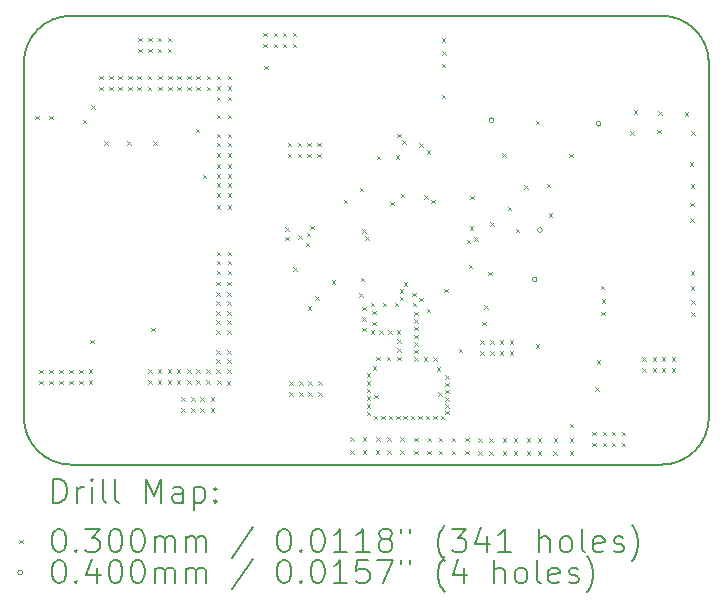
<source format=gbr>
%TF.GenerationSoftware,KiCad,Pcbnew,9.0.1*%
%TF.CreationDate,2025-08-05T19:10:54+03:00*%
%TF.ProjectId,com_board,636f6d5f-626f-4617-9264-2e6b69636164,rev?*%
%TF.SameCoordinates,Original*%
%TF.FileFunction,Drillmap*%
%TF.FilePolarity,Positive*%
%FSLAX45Y45*%
G04 Gerber Fmt 4.5, Leading zero omitted, Abs format (unit mm)*
G04 Created by KiCad (PCBNEW 9.0.1) date 2025-08-05 19:10:54*
%MOMM*%
%LPD*%
G01*
G04 APERTURE LIST*
%ADD10C,0.200000*%
%ADD11C,0.100000*%
G04 APERTURE END LIST*
D10*
X15000000Y-8600000D02*
X10000000Y-8600000D01*
X9600000Y-9000000D02*
G75*
G02*
X10000000Y-8600000I400000J0D01*
G01*
X10000000Y-12400000D02*
G75*
G02*
X9600000Y-12000000I0J400000D01*
G01*
X15400000Y-12000000D02*
G75*
G02*
X15000000Y-12400000I-400000J0D01*
G01*
X15000000Y-8600000D02*
G75*
G02*
X15400000Y-9000000I0J-400000D01*
G01*
X10000000Y-12400000D02*
X15000000Y-12400000D01*
X9600000Y-12000000D02*
X9600000Y-9000000D01*
X15400000Y-12000000D02*
X15400000Y-9000000D01*
D11*
X9698500Y-9446000D02*
X9728500Y-9476000D01*
X9728500Y-9446000D02*
X9698500Y-9476000D01*
X9731000Y-11691000D02*
X9761000Y-11721000D01*
X9761000Y-11691000D02*
X9731000Y-11721000D01*
X9731000Y-11598000D02*
X9761000Y-11628000D01*
X9761000Y-11598000D02*
X9731000Y-11628000D01*
X9816000Y-9447000D02*
X9846000Y-9477000D01*
X9846000Y-9447000D02*
X9816000Y-9477000D01*
X9817000Y-11598000D02*
X9847000Y-11628000D01*
X9847000Y-11598000D02*
X9817000Y-11628000D01*
X9817000Y-11691000D02*
X9847000Y-11721000D01*
X9847000Y-11691000D02*
X9817000Y-11721000D01*
X9899000Y-11598000D02*
X9929000Y-11628000D01*
X9929000Y-11598000D02*
X9899000Y-11628000D01*
X9899000Y-11691000D02*
X9929000Y-11721000D01*
X9929000Y-11691000D02*
X9899000Y-11721000D01*
X9984000Y-11690000D02*
X10014000Y-11720000D01*
X10014000Y-11690000D02*
X9984000Y-11720000D01*
X9984000Y-11597000D02*
X10014000Y-11627000D01*
X10014000Y-11597000D02*
X9984000Y-11627000D01*
X10070000Y-11597000D02*
X10100000Y-11627000D01*
X10100000Y-11597000D02*
X10070000Y-11627000D01*
X10070000Y-11690000D02*
X10100000Y-11720000D01*
X10100000Y-11690000D02*
X10070000Y-11720000D01*
X10099000Y-9479000D02*
X10129000Y-9509000D01*
X10129000Y-9479000D02*
X10099000Y-9509000D01*
X10151000Y-11593000D02*
X10181000Y-11623000D01*
X10181000Y-11593000D02*
X10151000Y-11623000D01*
X10151000Y-11686000D02*
X10181000Y-11716000D01*
X10181000Y-11686000D02*
X10151000Y-11716000D01*
X10160000Y-11341000D02*
X10190000Y-11371000D01*
X10190000Y-11341000D02*
X10160000Y-11371000D01*
X10171000Y-9358000D02*
X10201000Y-9388000D01*
X10201000Y-9358000D02*
X10171000Y-9388000D01*
X10237000Y-9202000D02*
X10267000Y-9232000D01*
X10267000Y-9202000D02*
X10237000Y-9232000D01*
X10237000Y-9109000D02*
X10267000Y-9139000D01*
X10267000Y-9109000D02*
X10237000Y-9139000D01*
X10282000Y-9664000D02*
X10312000Y-9694000D01*
X10312000Y-9664000D02*
X10282000Y-9694000D01*
X10323000Y-9109000D02*
X10353000Y-9139000D01*
X10353000Y-9109000D02*
X10323000Y-9139000D01*
X10323000Y-9202000D02*
X10353000Y-9232000D01*
X10353000Y-9202000D02*
X10323000Y-9232000D01*
X10399000Y-9108000D02*
X10429000Y-9138000D01*
X10429000Y-9108000D02*
X10399000Y-9138000D01*
X10399000Y-9201000D02*
X10429000Y-9231000D01*
X10429000Y-9201000D02*
X10399000Y-9231000D01*
X10476000Y-9660000D02*
X10506000Y-9690000D01*
X10506000Y-9660000D02*
X10476000Y-9690000D01*
X10485000Y-9108000D02*
X10515000Y-9138000D01*
X10515000Y-9108000D02*
X10485000Y-9138000D01*
X10485000Y-9201000D02*
X10515000Y-9231000D01*
X10515000Y-9201000D02*
X10485000Y-9231000D01*
X10562000Y-9108000D02*
X10592000Y-9138000D01*
X10592000Y-9108000D02*
X10562000Y-9138000D01*
X10562000Y-9201000D02*
X10592000Y-9231000D01*
X10592000Y-9201000D02*
X10562000Y-9231000D01*
X10569000Y-8786000D02*
X10599000Y-8816000D01*
X10599000Y-8786000D02*
X10569000Y-8816000D01*
X10569000Y-8879000D02*
X10599000Y-8909000D01*
X10599000Y-8879000D02*
X10569000Y-8909000D01*
X10648000Y-9108000D02*
X10678000Y-9138000D01*
X10678000Y-9108000D02*
X10648000Y-9138000D01*
X10648000Y-9201000D02*
X10678000Y-9231000D01*
X10678000Y-9201000D02*
X10648000Y-9231000D01*
X10653000Y-11684000D02*
X10683000Y-11714000D01*
X10683000Y-11684000D02*
X10653000Y-11714000D01*
X10653000Y-11591000D02*
X10683000Y-11621000D01*
X10683000Y-11591000D02*
X10653000Y-11621000D01*
X10655000Y-8786000D02*
X10685000Y-8816000D01*
X10685000Y-8786000D02*
X10655000Y-8816000D01*
X10655000Y-8879000D02*
X10685000Y-8909000D01*
X10685000Y-8879000D02*
X10655000Y-8909000D01*
X10678000Y-11241000D02*
X10708000Y-11271000D01*
X10708000Y-11241000D02*
X10678000Y-11271000D01*
X10694000Y-9664000D02*
X10724000Y-9694000D01*
X10724000Y-9664000D02*
X10694000Y-9694000D01*
X10732000Y-8786000D02*
X10762000Y-8816000D01*
X10762000Y-8786000D02*
X10732000Y-8816000D01*
X10732000Y-8879000D02*
X10762000Y-8909000D01*
X10762000Y-8879000D02*
X10732000Y-8909000D01*
X10734000Y-11685000D02*
X10764000Y-11715000D01*
X10764000Y-11685000D02*
X10734000Y-11715000D01*
X10734000Y-11592000D02*
X10764000Y-11622000D01*
X10764000Y-11592000D02*
X10734000Y-11622000D01*
X10737000Y-9202000D02*
X10767000Y-9232000D01*
X10767000Y-9202000D02*
X10737000Y-9232000D01*
X10737000Y-9109000D02*
X10767000Y-9139000D01*
X10767000Y-9109000D02*
X10737000Y-9139000D01*
X10818000Y-8786000D02*
X10848000Y-8816000D01*
X10848000Y-8786000D02*
X10818000Y-8816000D01*
X10818000Y-8879000D02*
X10848000Y-8909000D01*
X10848000Y-8879000D02*
X10818000Y-8909000D01*
X10820000Y-11592000D02*
X10850000Y-11622000D01*
X10850000Y-11592000D02*
X10820000Y-11622000D01*
X10820000Y-11685000D02*
X10850000Y-11715000D01*
X10850000Y-11685000D02*
X10820000Y-11715000D01*
X10823000Y-9109000D02*
X10853000Y-9139000D01*
X10853000Y-9109000D02*
X10823000Y-9139000D01*
X10823000Y-9202000D02*
X10853000Y-9232000D01*
X10853000Y-9202000D02*
X10823000Y-9232000D01*
X10896000Y-11591000D02*
X10926000Y-11621000D01*
X10926000Y-11591000D02*
X10896000Y-11621000D01*
X10896000Y-11684000D02*
X10926000Y-11714000D01*
X10926000Y-11684000D02*
X10896000Y-11714000D01*
X10899000Y-9108000D02*
X10929000Y-9138000D01*
X10929000Y-9108000D02*
X10899000Y-9138000D01*
X10899000Y-9201000D02*
X10929000Y-9231000D01*
X10929000Y-9201000D02*
X10899000Y-9231000D01*
X10932000Y-11828000D02*
X10962000Y-11858000D01*
X10962000Y-11828000D02*
X10932000Y-11858000D01*
X10932000Y-11921000D02*
X10962000Y-11951000D01*
X10962000Y-11921000D02*
X10932000Y-11951000D01*
X10982000Y-11591000D02*
X11012000Y-11621000D01*
X11012000Y-11591000D02*
X10982000Y-11621000D01*
X10982000Y-11684000D02*
X11012000Y-11714000D01*
X11012000Y-11684000D02*
X10982000Y-11714000D01*
X10985000Y-9108000D02*
X11015000Y-9138000D01*
X11015000Y-9108000D02*
X10985000Y-9138000D01*
X10985000Y-9201000D02*
X11015000Y-9231000D01*
X11015000Y-9201000D02*
X10985000Y-9231000D01*
X11018000Y-11828000D02*
X11048000Y-11858000D01*
X11048000Y-11828000D02*
X11018000Y-11858000D01*
X11018000Y-11921000D02*
X11048000Y-11951000D01*
X11048000Y-11921000D02*
X11018000Y-11951000D01*
X11057000Y-9555000D02*
X11087000Y-9585000D01*
X11087000Y-9555000D02*
X11057000Y-9585000D01*
X11059000Y-11591000D02*
X11089000Y-11621000D01*
X11089000Y-11591000D02*
X11059000Y-11621000D01*
X11059000Y-11684000D02*
X11089000Y-11714000D01*
X11089000Y-11684000D02*
X11059000Y-11714000D01*
X11062000Y-9108000D02*
X11092000Y-9138000D01*
X11092000Y-9108000D02*
X11062000Y-9138000D01*
X11062000Y-9201000D02*
X11092000Y-9231000D01*
X11092000Y-9201000D02*
X11062000Y-9231000D01*
X11095000Y-11828000D02*
X11125000Y-11858000D01*
X11125000Y-11828000D02*
X11095000Y-11858000D01*
X11095000Y-11921000D02*
X11125000Y-11951000D01*
X11125000Y-11921000D02*
X11095000Y-11951000D01*
X11115000Y-9944000D02*
X11145000Y-9974000D01*
X11145000Y-9944000D02*
X11115000Y-9974000D01*
X11145000Y-11591000D02*
X11175000Y-11621000D01*
X11175000Y-11591000D02*
X11145000Y-11621000D01*
X11145000Y-11684000D02*
X11175000Y-11714000D01*
X11175000Y-11684000D02*
X11145000Y-11714000D01*
X11148000Y-9108000D02*
X11178000Y-9138000D01*
X11178000Y-9108000D02*
X11148000Y-9138000D01*
X11148000Y-9201000D02*
X11178000Y-9231000D01*
X11178000Y-9201000D02*
X11148000Y-9231000D01*
X11181000Y-11828000D02*
X11211000Y-11858000D01*
X11211000Y-11828000D02*
X11181000Y-11858000D01*
X11181000Y-11921000D02*
X11211000Y-11951000D01*
X11211000Y-11921000D02*
X11181000Y-11951000D01*
X11230000Y-10853000D02*
X11260000Y-10883000D01*
X11260000Y-10853000D02*
X11230000Y-10883000D01*
X11230000Y-10939000D02*
X11260000Y-10969000D01*
X11260000Y-10939000D02*
X11230000Y-10969000D01*
X11230000Y-11431000D02*
X11260000Y-11461000D01*
X11260000Y-11431000D02*
X11230000Y-11461000D01*
X11231000Y-11015000D02*
X11261000Y-11045000D01*
X11261000Y-11015000D02*
X11231000Y-11045000D01*
X11231000Y-11101000D02*
X11261000Y-11131000D01*
X11261000Y-11101000D02*
X11231000Y-11131000D01*
X11231000Y-11178000D02*
X11261000Y-11208000D01*
X11261000Y-11178000D02*
X11231000Y-11208000D01*
X11231000Y-11264000D02*
X11261000Y-11294000D01*
X11261000Y-11264000D02*
X11231000Y-11294000D01*
X11231000Y-11507000D02*
X11261000Y-11537000D01*
X11261000Y-11507000D02*
X11231000Y-11537000D01*
X11231000Y-11593000D02*
X11261000Y-11623000D01*
X11261000Y-11593000D02*
X11231000Y-11623000D01*
X11232000Y-9197000D02*
X11262000Y-9227000D01*
X11262000Y-9197000D02*
X11232000Y-9227000D01*
X11233000Y-9284000D02*
X11263000Y-9314000D01*
X11263000Y-9284000D02*
X11233000Y-9314000D01*
X11233000Y-9437000D02*
X11263000Y-9467000D01*
X11263000Y-9437000D02*
X11233000Y-9467000D01*
X11233000Y-9856000D02*
X11263000Y-9886000D01*
X11263000Y-9856000D02*
X11233000Y-9886000D01*
X11233000Y-9942000D02*
X11263000Y-9972000D01*
X11263000Y-9942000D02*
X11233000Y-9972000D01*
X11233000Y-10205000D02*
X11263000Y-10235000D01*
X11263000Y-10205000D02*
X11233000Y-10235000D01*
X11234000Y-9107000D02*
X11264000Y-9137000D01*
X11264000Y-9107000D02*
X11234000Y-9137000D01*
X11234000Y-9599000D02*
X11264000Y-9629000D01*
X11264000Y-9599000D02*
X11234000Y-9629000D01*
X11234000Y-9676000D02*
X11264000Y-9706000D01*
X11264000Y-9676000D02*
X11234000Y-9706000D01*
X11234000Y-9762000D02*
X11264000Y-9792000D01*
X11264000Y-9762000D02*
X11234000Y-9792000D01*
X11234000Y-10018000D02*
X11264000Y-10048000D01*
X11264000Y-10018000D02*
X11234000Y-10048000D01*
X11234000Y-10104000D02*
X11264000Y-10134000D01*
X11264000Y-10104000D02*
X11234000Y-10134000D01*
X11234000Y-10596000D02*
X11264000Y-10626000D01*
X11264000Y-10596000D02*
X11234000Y-10626000D01*
X11234000Y-10673000D02*
X11264000Y-10703000D01*
X11264000Y-10673000D02*
X11234000Y-10703000D01*
X11234000Y-10759000D02*
X11264000Y-10789000D01*
X11264000Y-10759000D02*
X11234000Y-10789000D01*
X11236000Y-11687000D02*
X11266000Y-11717000D01*
X11266000Y-11687000D02*
X11236000Y-11717000D01*
X11319000Y-11694000D02*
X11349000Y-11724000D01*
X11349000Y-11694000D02*
X11319000Y-11724000D01*
X11323000Y-10853000D02*
X11353000Y-10883000D01*
X11353000Y-10853000D02*
X11323000Y-10883000D01*
X11323000Y-10939000D02*
X11353000Y-10969000D01*
X11353000Y-10939000D02*
X11323000Y-10969000D01*
X11323000Y-11431000D02*
X11353000Y-11461000D01*
X11353000Y-11431000D02*
X11323000Y-11461000D01*
X11324000Y-11015000D02*
X11354000Y-11045000D01*
X11354000Y-11015000D02*
X11324000Y-11045000D01*
X11324000Y-11101000D02*
X11354000Y-11131000D01*
X11354000Y-11101000D02*
X11324000Y-11131000D01*
X11324000Y-11178000D02*
X11354000Y-11208000D01*
X11354000Y-11178000D02*
X11324000Y-11208000D01*
X11324000Y-11264000D02*
X11354000Y-11294000D01*
X11354000Y-11264000D02*
X11324000Y-11294000D01*
X11324000Y-11507000D02*
X11354000Y-11537000D01*
X11354000Y-11507000D02*
X11324000Y-11537000D01*
X11324000Y-11593000D02*
X11354000Y-11623000D01*
X11354000Y-11593000D02*
X11324000Y-11623000D01*
X11326000Y-9437000D02*
X11356000Y-9467000D01*
X11356000Y-9437000D02*
X11326000Y-9467000D01*
X11326000Y-9856000D02*
X11356000Y-9886000D01*
X11356000Y-9856000D02*
X11326000Y-9886000D01*
X11326000Y-9942000D02*
X11356000Y-9972000D01*
X11356000Y-9942000D02*
X11326000Y-9972000D01*
X11326000Y-10205000D02*
X11356000Y-10235000D01*
X11356000Y-10205000D02*
X11326000Y-10235000D01*
X11327000Y-9107000D02*
X11357000Y-9137000D01*
X11357000Y-9107000D02*
X11327000Y-9137000D01*
X11327000Y-9285000D02*
X11357000Y-9315000D01*
X11357000Y-9285000D02*
X11327000Y-9315000D01*
X11327000Y-9599000D02*
X11357000Y-9629000D01*
X11357000Y-9599000D02*
X11327000Y-9629000D01*
X11327000Y-9676000D02*
X11357000Y-9706000D01*
X11357000Y-9676000D02*
X11327000Y-9706000D01*
X11327000Y-9762000D02*
X11357000Y-9792000D01*
X11357000Y-9762000D02*
X11327000Y-9792000D01*
X11327000Y-10018000D02*
X11357000Y-10048000D01*
X11357000Y-10018000D02*
X11327000Y-10048000D01*
X11327000Y-10104000D02*
X11357000Y-10134000D01*
X11357000Y-10104000D02*
X11327000Y-10134000D01*
X11327000Y-10596000D02*
X11357000Y-10626000D01*
X11357000Y-10596000D02*
X11327000Y-10626000D01*
X11327000Y-10673000D02*
X11357000Y-10703000D01*
X11357000Y-10673000D02*
X11327000Y-10703000D01*
X11327000Y-10759000D02*
X11357000Y-10789000D01*
X11357000Y-10759000D02*
X11327000Y-10789000D01*
X11328000Y-9198000D02*
X11358000Y-9228000D01*
X11358000Y-9198000D02*
X11328000Y-9228000D01*
X11629000Y-8745000D02*
X11659000Y-8775000D01*
X11659000Y-8745000D02*
X11629000Y-8775000D01*
X11629000Y-8838000D02*
X11659000Y-8868000D01*
X11659000Y-8838000D02*
X11629000Y-8868000D01*
X11636000Y-9024000D02*
X11666000Y-9054000D01*
X11666000Y-9024000D02*
X11636000Y-9054000D01*
X11715000Y-8745000D02*
X11745000Y-8775000D01*
X11745000Y-8745000D02*
X11715000Y-8775000D01*
X11715000Y-8838000D02*
X11745000Y-8868000D01*
X11745000Y-8838000D02*
X11715000Y-8868000D01*
X11792000Y-8745000D02*
X11822000Y-8775000D01*
X11822000Y-8745000D02*
X11792000Y-8775000D01*
X11792000Y-8838000D02*
X11822000Y-8868000D01*
X11822000Y-8838000D02*
X11792000Y-8868000D01*
X11812000Y-10471000D02*
X11842000Y-10501000D01*
X11842000Y-10471000D02*
X11812000Y-10501000D01*
X11813000Y-10391000D02*
X11843000Y-10421000D01*
X11843000Y-10391000D02*
X11813000Y-10421000D01*
X11835000Y-9676000D02*
X11865000Y-9706000D01*
X11865000Y-9676000D02*
X11835000Y-9706000D01*
X11835000Y-9769000D02*
X11865000Y-9799000D01*
X11865000Y-9769000D02*
X11835000Y-9799000D01*
X11845000Y-11695000D02*
X11875000Y-11725000D01*
X11875000Y-11695000D02*
X11845000Y-11725000D01*
X11845000Y-11788000D02*
X11875000Y-11818000D01*
X11875000Y-11788000D02*
X11845000Y-11818000D01*
X11878000Y-8745000D02*
X11908000Y-8775000D01*
X11908000Y-8745000D02*
X11878000Y-8775000D01*
X11878000Y-8838000D02*
X11908000Y-8868000D01*
X11908000Y-8838000D02*
X11878000Y-8868000D01*
X11880000Y-10731000D02*
X11910000Y-10761000D01*
X11910000Y-10731000D02*
X11880000Y-10761000D01*
X11921000Y-9676000D02*
X11951000Y-9706000D01*
X11951000Y-9676000D02*
X11921000Y-9706000D01*
X11921000Y-9769000D02*
X11951000Y-9799000D01*
X11951000Y-9769000D02*
X11921000Y-9799000D01*
X11924000Y-10457000D02*
X11954000Y-10487000D01*
X11954000Y-10457000D02*
X11924000Y-10487000D01*
X11931000Y-11695000D02*
X11961000Y-11725000D01*
X11961000Y-11695000D02*
X11931000Y-11725000D01*
X11931000Y-11788000D02*
X11961000Y-11818000D01*
X11961000Y-11788000D02*
X11931000Y-11818000D01*
X11987000Y-10523000D02*
X12017000Y-10553000D01*
X12017000Y-10523000D02*
X11987000Y-10553000D01*
X11994730Y-10438242D02*
X12024730Y-10468242D01*
X12024730Y-10438242D02*
X11994730Y-10468242D01*
X11998000Y-9676000D02*
X12028000Y-9706000D01*
X12028000Y-9676000D02*
X11998000Y-9706000D01*
X11998000Y-9769000D02*
X12028000Y-9799000D01*
X12028000Y-9769000D02*
X11998000Y-9799000D01*
X12002000Y-11059000D02*
X12032000Y-11089000D01*
X12032000Y-11059000D02*
X12002000Y-11089000D01*
X12008000Y-11695000D02*
X12038000Y-11725000D01*
X12038000Y-11695000D02*
X12008000Y-11725000D01*
X12008000Y-11788000D02*
X12038000Y-11818000D01*
X12038000Y-11788000D02*
X12008000Y-11818000D01*
X12024000Y-10377000D02*
X12054000Y-10407000D01*
X12054000Y-10377000D02*
X12024000Y-10407000D01*
X12068517Y-10972500D02*
X12098517Y-11002500D01*
X12098517Y-10972500D02*
X12068517Y-11002500D01*
X12084000Y-9676000D02*
X12114000Y-9706000D01*
X12114000Y-9676000D02*
X12084000Y-9706000D01*
X12084000Y-9769000D02*
X12114000Y-9799000D01*
X12114000Y-9769000D02*
X12084000Y-9799000D01*
X12094000Y-11695000D02*
X12124000Y-11725000D01*
X12124000Y-11695000D02*
X12094000Y-11725000D01*
X12094000Y-11788000D02*
X12124000Y-11818000D01*
X12124000Y-11788000D02*
X12094000Y-11818000D01*
X12206000Y-10837000D02*
X12236000Y-10867000D01*
X12236000Y-10837000D02*
X12206000Y-10867000D01*
X12309000Y-10158000D02*
X12339000Y-10188000D01*
X12339000Y-10158000D02*
X12309000Y-10188000D01*
X12364000Y-12277000D02*
X12394000Y-12307000D01*
X12394000Y-12277000D02*
X12364000Y-12307000D01*
X12365000Y-12167000D02*
X12395000Y-12197000D01*
X12395000Y-12167000D02*
X12365000Y-12197000D01*
X12440000Y-10947000D02*
X12470000Y-10977000D01*
X12470000Y-10947000D02*
X12440000Y-10977000D01*
X12443000Y-10055000D02*
X12473000Y-10085000D01*
X12473000Y-10055000D02*
X12443000Y-10085000D01*
X12452000Y-10817000D02*
X12482000Y-10847000D01*
X12482000Y-10817000D02*
X12452000Y-10847000D01*
X12463000Y-10406000D02*
X12493000Y-10436000D01*
X12493000Y-10406000D02*
X12463000Y-10436000D01*
X12467000Y-11062500D02*
X12497000Y-11092500D01*
X12497000Y-11062500D02*
X12467000Y-11092500D01*
X12467000Y-11151500D02*
X12497000Y-11181500D01*
X12497000Y-11151500D02*
X12467000Y-11181500D01*
X12467000Y-11240500D02*
X12497000Y-11270500D01*
X12497000Y-11240500D02*
X12467000Y-11270500D01*
X12469000Y-12278000D02*
X12499000Y-12308000D01*
X12499000Y-12278000D02*
X12469000Y-12308000D01*
X12470000Y-12168000D02*
X12500000Y-12198000D01*
X12500000Y-12168000D02*
X12470000Y-12198000D01*
X12492000Y-10468000D02*
X12522000Y-10498000D01*
X12522000Y-10468000D02*
X12492000Y-10498000D01*
X12502000Y-11626800D02*
X12532000Y-11656800D01*
X12532000Y-11626800D02*
X12502000Y-11656800D01*
X12502000Y-11692200D02*
X12532000Y-11722200D01*
X12532000Y-11692200D02*
X12502000Y-11722200D01*
X12502000Y-11757600D02*
X12532000Y-11787600D01*
X12532000Y-11757600D02*
X12502000Y-11787600D01*
X12502000Y-11823000D02*
X12532000Y-11853000D01*
X12532000Y-11823000D02*
X12502000Y-11853000D01*
X12502000Y-11888400D02*
X12532000Y-11918400D01*
X12532000Y-11888400D02*
X12502000Y-11918400D01*
X12502000Y-11953800D02*
X12532000Y-11983800D01*
X12532000Y-11953800D02*
X12502000Y-11983800D01*
X12535333Y-11262000D02*
X12565333Y-11292000D01*
X12565333Y-11262000D02*
X12535333Y-11292000D01*
X12535750Y-11030000D02*
X12565750Y-11060000D01*
X12565750Y-11030000D02*
X12535750Y-11060000D01*
X12550000Y-11098000D02*
X12580000Y-11128000D01*
X12580000Y-11098000D02*
X12550000Y-11128000D01*
X12550000Y-11191000D02*
X12580000Y-11221000D01*
X12580000Y-11191000D02*
X12550000Y-11221000D01*
X12553000Y-11568000D02*
X12583000Y-11598000D01*
X12583000Y-11568000D02*
X12553000Y-11598000D01*
X12563000Y-11985000D02*
X12593000Y-12015000D01*
X12593000Y-11985000D02*
X12563000Y-12015000D01*
X12567000Y-11809000D02*
X12597000Y-11839000D01*
X12597000Y-11809000D02*
X12567000Y-11839000D01*
X12581000Y-12278000D02*
X12611000Y-12308000D01*
X12611000Y-12278000D02*
X12581000Y-12308000D01*
X12582000Y-12168000D02*
X12612000Y-12198000D01*
X12612000Y-12168000D02*
X12582000Y-12198000D01*
X12586000Y-11488000D02*
X12616000Y-11518000D01*
X12616000Y-11488000D02*
X12586000Y-11518000D01*
X12589000Y-9784000D02*
X12619000Y-9814000D01*
X12619000Y-9784000D02*
X12589000Y-9814000D01*
X12609667Y-11262000D02*
X12639667Y-11292000D01*
X12639667Y-11262000D02*
X12609667Y-11292000D01*
X12625778Y-11985000D02*
X12655778Y-12015000D01*
X12655778Y-11985000D02*
X12625778Y-12015000D01*
X12637250Y-11030000D02*
X12667250Y-11060000D01*
X12667250Y-11030000D02*
X12637250Y-11060000D01*
X12673000Y-11488000D02*
X12703000Y-11518000D01*
X12703000Y-11488000D02*
X12673000Y-11518000D01*
X12675000Y-12280000D02*
X12705000Y-12310000D01*
X12705000Y-12280000D02*
X12675000Y-12310000D01*
X12676000Y-12170000D02*
X12706000Y-12200000D01*
X12706000Y-12170000D02*
X12676000Y-12200000D01*
X12684000Y-11262000D02*
X12714000Y-11292000D01*
X12714000Y-11262000D02*
X12684000Y-11292000D01*
X12688556Y-11985000D02*
X12718556Y-12015000D01*
X12718556Y-11985000D02*
X12688556Y-12015000D01*
X12704000Y-10175000D02*
X12734000Y-10205000D01*
X12734000Y-10175000D02*
X12704000Y-10205000D01*
X12738750Y-11030000D02*
X12768750Y-11060000D01*
X12768750Y-11030000D02*
X12738750Y-11060000D01*
X12748000Y-9781000D02*
X12778000Y-9811000D01*
X12778000Y-9781000D02*
X12748000Y-9811000D01*
X12751333Y-11985000D02*
X12781333Y-12015000D01*
X12781333Y-11985000D02*
X12751333Y-12015000D01*
X12758333Y-11262000D02*
X12788333Y-11292000D01*
X12788333Y-11262000D02*
X12758333Y-11292000D01*
X12760000Y-11337333D02*
X12790000Y-11367333D01*
X12790000Y-11337333D02*
X12760000Y-11367333D01*
X12760000Y-11412667D02*
X12790000Y-11442667D01*
X12790000Y-11412667D02*
X12760000Y-11442667D01*
X12760000Y-11488000D02*
X12790000Y-11518000D01*
X12790000Y-11488000D02*
X12760000Y-11518000D01*
X12761000Y-9598000D02*
X12791000Y-9628000D01*
X12791000Y-9598000D02*
X12761000Y-9628000D01*
X12781000Y-10916000D02*
X12811000Y-10946000D01*
X12811000Y-10916000D02*
X12781000Y-10946000D01*
X12781000Y-10979000D02*
X12811000Y-11009000D01*
X12811000Y-10979000D02*
X12781000Y-11009000D01*
X12787000Y-12280000D02*
X12817000Y-12310000D01*
X12817000Y-12280000D02*
X12787000Y-12310000D01*
X12788000Y-12170000D02*
X12818000Y-12200000D01*
X12818000Y-12170000D02*
X12788000Y-12200000D01*
X12790500Y-10106071D02*
X12820500Y-10136071D01*
X12820500Y-10106071D02*
X12790500Y-10136071D01*
X12802000Y-9653000D02*
X12832000Y-9683000D01*
X12832000Y-9653000D02*
X12802000Y-9683000D01*
X12814111Y-11985000D02*
X12844111Y-12015000D01*
X12844111Y-11985000D02*
X12814111Y-12015000D01*
X12815000Y-10856000D02*
X12845000Y-10886000D01*
X12845000Y-10856000D02*
X12815000Y-10886000D01*
X12876889Y-11985000D02*
X12906889Y-12015000D01*
X12906889Y-11985000D02*
X12876889Y-12015000D01*
X12889000Y-10945000D02*
X12919000Y-10975000D01*
X12919000Y-10945000D02*
X12889000Y-10975000D01*
X12891000Y-11029000D02*
X12921000Y-11059000D01*
X12921000Y-11029000D02*
X12891000Y-11059000D01*
X12905000Y-11105000D02*
X12935000Y-11135000D01*
X12935000Y-11105000D02*
X12905000Y-11135000D01*
X12905000Y-11169667D02*
X12935000Y-11199667D01*
X12935000Y-11169667D02*
X12905000Y-11199667D01*
X12905000Y-11234333D02*
X12935000Y-11264333D01*
X12935000Y-11234333D02*
X12905000Y-11264333D01*
X12905000Y-11299000D02*
X12935000Y-11329000D01*
X12935000Y-11299000D02*
X12905000Y-11329000D01*
X12905000Y-11363667D02*
X12935000Y-11393667D01*
X12935000Y-11363667D02*
X12905000Y-11393667D01*
X12905000Y-11428333D02*
X12935000Y-11458333D01*
X12935000Y-11428333D02*
X12905000Y-11458333D01*
X12905000Y-11493000D02*
X12935000Y-11523000D01*
X12935000Y-11493000D02*
X12905000Y-11523000D01*
X12905000Y-12281000D02*
X12935000Y-12311000D01*
X12935000Y-12281000D02*
X12905000Y-12311000D01*
X12906000Y-12171000D02*
X12936000Y-12201000D01*
X12936000Y-12171000D02*
X12906000Y-12201000D01*
X12939667Y-11985000D02*
X12969667Y-12015000D01*
X12969667Y-11985000D02*
X12939667Y-12015000D01*
X12946000Y-10988000D02*
X12976000Y-11018000D01*
X12976000Y-10988000D02*
X12946000Y-11018000D01*
X12946300Y-9679700D02*
X12976300Y-9709700D01*
X12976300Y-9679700D02*
X12946300Y-9709700D01*
X12986667Y-11493000D02*
X13016667Y-11523000D01*
X13016667Y-11493000D02*
X12986667Y-11523000D01*
X12992000Y-10119473D02*
X13022000Y-10149473D01*
X13022000Y-10119473D02*
X12992000Y-10149473D01*
X13002444Y-11985000D02*
X13032444Y-12015000D01*
X13032444Y-11985000D02*
X13002444Y-12015000D01*
X13010000Y-11081000D02*
X13040000Y-11111000D01*
X13040000Y-11081000D02*
X13010000Y-11111000D01*
X13013000Y-9738000D02*
X13043000Y-9768000D01*
X13043000Y-9738000D02*
X13013000Y-9768000D01*
X13017000Y-12281000D02*
X13047000Y-12311000D01*
X13047000Y-12281000D02*
X13017000Y-12311000D01*
X13018000Y-12171000D02*
X13048000Y-12201000D01*
X13048000Y-12171000D02*
X13018000Y-12201000D01*
X13051000Y-10157000D02*
X13081000Y-10187000D01*
X13081000Y-10157000D02*
X13051000Y-10187000D01*
X13065222Y-11985000D02*
X13095222Y-12015000D01*
X13095222Y-11985000D02*
X13065222Y-12015000D01*
X13068000Y-11493000D02*
X13098000Y-11523000D01*
X13098000Y-11493000D02*
X13068000Y-11523000D01*
X13097000Y-11576000D02*
X13127000Y-11606000D01*
X13127000Y-11576000D02*
X13097000Y-11606000D01*
X13110000Y-11789000D02*
X13140000Y-11819000D01*
X13140000Y-11789000D02*
X13110000Y-11819000D01*
X13111000Y-12283000D02*
X13141000Y-12313000D01*
X13141000Y-12283000D02*
X13111000Y-12313000D01*
X13112000Y-12173000D02*
X13142000Y-12203000D01*
X13142000Y-12173000D02*
X13112000Y-12203000D01*
X13128000Y-11985000D02*
X13158000Y-12015000D01*
X13158000Y-11985000D02*
X13128000Y-12015000D01*
X13138000Y-9007000D02*
X13168000Y-9037000D01*
X13168000Y-9007000D02*
X13138000Y-9037000D01*
X13139000Y-8790000D02*
X13169000Y-8820000D01*
X13169000Y-8790000D02*
X13139000Y-8820000D01*
X13140000Y-9270000D02*
X13170000Y-9300000D01*
X13170000Y-9270000D02*
X13140000Y-9300000D01*
X13140959Y-8898396D02*
X13170959Y-8928396D01*
X13170959Y-8898396D02*
X13140959Y-8928396D01*
X13158000Y-10912000D02*
X13188000Y-10942000D01*
X13188000Y-10912000D02*
X13158000Y-10942000D01*
X13166000Y-11644491D02*
X13196000Y-11674491D01*
X13196000Y-11644491D02*
X13166000Y-11674491D01*
X13166000Y-11705562D02*
X13196000Y-11735562D01*
X13196000Y-11705562D02*
X13166000Y-11735562D01*
X13166000Y-11766634D02*
X13196000Y-11796634D01*
X13196000Y-11766634D02*
X13166000Y-11796634D01*
X13166000Y-11827705D02*
X13196000Y-11857705D01*
X13196000Y-11827705D02*
X13166000Y-11857705D01*
X13166000Y-11888777D02*
X13196000Y-11918777D01*
X13196000Y-11888777D02*
X13166000Y-11918777D01*
X13166000Y-11944000D02*
X13196000Y-11974000D01*
X13196000Y-11944000D02*
X13166000Y-11974000D01*
X13223000Y-12283000D02*
X13253000Y-12313000D01*
X13253000Y-12283000D02*
X13223000Y-12313000D01*
X13224000Y-12173000D02*
X13254000Y-12203000D01*
X13254000Y-12173000D02*
X13224000Y-12203000D01*
X13283000Y-11419000D02*
X13313000Y-11449000D01*
X13313000Y-11419000D02*
X13283000Y-11449000D01*
X13335000Y-12283000D02*
X13365000Y-12313000D01*
X13365000Y-12283000D02*
X13335000Y-12313000D01*
X13336000Y-12173000D02*
X13366000Y-12203000D01*
X13366000Y-12173000D02*
X13336000Y-12203000D01*
X13350000Y-10498000D02*
X13380000Y-10528000D01*
X13380000Y-10498000D02*
X13350000Y-10528000D01*
X13365000Y-10709000D02*
X13395000Y-10739000D01*
X13395000Y-10709000D02*
X13365000Y-10739000D01*
X13375000Y-10382000D02*
X13405000Y-10412000D01*
X13405000Y-10382000D02*
X13375000Y-10412000D01*
X13380000Y-10122000D02*
X13410000Y-10152000D01*
X13410000Y-10122000D02*
X13380000Y-10152000D01*
X13414250Y-10477000D02*
X13444250Y-10507000D01*
X13444250Y-10477000D02*
X13414250Y-10507000D01*
X13447000Y-12285000D02*
X13477000Y-12315000D01*
X13477000Y-12285000D02*
X13447000Y-12315000D01*
X13448000Y-12175000D02*
X13478000Y-12205000D01*
X13478000Y-12175000D02*
X13448000Y-12205000D01*
X13465000Y-11346000D02*
X13495000Y-11376000D01*
X13495000Y-11346000D02*
X13465000Y-11376000D01*
X13465000Y-11439000D02*
X13495000Y-11469000D01*
X13495000Y-11439000D02*
X13465000Y-11469000D01*
X13481000Y-11189000D02*
X13511000Y-11219000D01*
X13511000Y-11189000D02*
X13481000Y-11219000D01*
X13497000Y-11050000D02*
X13527000Y-11080000D01*
X13527000Y-11050000D02*
X13497000Y-11080000D01*
X13534000Y-10769000D02*
X13564000Y-10799000D01*
X13564000Y-10769000D02*
X13534000Y-10799000D01*
X13541000Y-12285000D02*
X13571000Y-12315000D01*
X13571000Y-12285000D02*
X13541000Y-12315000D01*
X13542000Y-12175000D02*
X13572000Y-12205000D01*
X13572000Y-12175000D02*
X13542000Y-12205000D01*
X13551000Y-11346000D02*
X13581000Y-11376000D01*
X13581000Y-11346000D02*
X13551000Y-11376000D01*
X13551000Y-11439000D02*
X13581000Y-11469000D01*
X13581000Y-11439000D02*
X13551000Y-11469000D01*
X13551000Y-10347000D02*
X13581000Y-10377000D01*
X13581000Y-10347000D02*
X13551000Y-10377000D01*
X13628000Y-11346000D02*
X13658000Y-11376000D01*
X13658000Y-11346000D02*
X13628000Y-11376000D01*
X13628000Y-11439000D02*
X13658000Y-11469000D01*
X13658000Y-11439000D02*
X13628000Y-11469000D01*
X13651000Y-9764000D02*
X13681000Y-9794000D01*
X13681000Y-9764000D02*
X13651000Y-9794000D01*
X13653000Y-12285000D02*
X13683000Y-12315000D01*
X13683000Y-12285000D02*
X13653000Y-12315000D01*
X13654000Y-12175000D02*
X13684000Y-12205000D01*
X13684000Y-12175000D02*
X13654000Y-12205000D01*
X13697000Y-10216500D02*
X13727000Y-10246500D01*
X13727000Y-10216500D02*
X13697000Y-10246500D01*
X13714000Y-11346000D02*
X13744000Y-11376000D01*
X13744000Y-11346000D02*
X13714000Y-11376000D01*
X13714000Y-11439000D02*
X13744000Y-11469000D01*
X13744000Y-11439000D02*
X13714000Y-11469000D01*
X13746000Y-12285000D02*
X13776000Y-12315000D01*
X13776000Y-12285000D02*
X13746000Y-12315000D01*
X13747000Y-12175000D02*
X13777000Y-12205000D01*
X13777000Y-12175000D02*
X13747000Y-12205000D01*
X13765623Y-10404599D02*
X13795623Y-10434599D01*
X13795623Y-10404599D02*
X13765623Y-10434599D01*
X13838000Y-10033000D02*
X13868000Y-10063000D01*
X13868000Y-10033000D02*
X13838000Y-10063000D01*
X13858000Y-12285000D02*
X13888000Y-12315000D01*
X13888000Y-12285000D02*
X13858000Y-12315000D01*
X13859000Y-12175000D02*
X13889000Y-12205000D01*
X13889000Y-12175000D02*
X13859000Y-12205000D01*
X13933000Y-9490000D02*
X13963000Y-9520000D01*
X13963000Y-9490000D02*
X13933000Y-9520000D01*
X13933000Y-11380000D02*
X13963000Y-11410000D01*
X13963000Y-11380000D02*
X13933000Y-11410000D01*
X13952000Y-12285000D02*
X13982000Y-12315000D01*
X13982000Y-12285000D02*
X13952000Y-12315000D01*
X13953000Y-12175000D02*
X13983000Y-12205000D01*
X13983000Y-12175000D02*
X13953000Y-12205000D01*
X14027000Y-10023000D02*
X14057000Y-10053000D01*
X14057000Y-10023000D02*
X14027000Y-10053000D01*
X14043000Y-10273000D02*
X14073000Y-10303000D01*
X14073000Y-10273000D02*
X14043000Y-10303000D01*
X14083000Y-12285000D02*
X14113000Y-12315000D01*
X14113000Y-12285000D02*
X14083000Y-12315000D01*
X14085000Y-12175000D02*
X14115000Y-12205000D01*
X14115000Y-12175000D02*
X14085000Y-12205000D01*
X14217000Y-9769000D02*
X14247000Y-9799000D01*
X14247000Y-9769000D02*
X14217000Y-9799000D01*
X14223000Y-12054000D02*
X14253000Y-12084000D01*
X14253000Y-12054000D02*
X14223000Y-12084000D01*
X14223000Y-12175000D02*
X14253000Y-12205000D01*
X14253000Y-12175000D02*
X14223000Y-12205000D01*
X14223000Y-12285000D02*
X14253000Y-12315000D01*
X14253000Y-12285000D02*
X14223000Y-12315000D01*
X14414000Y-12122000D02*
X14444000Y-12152000D01*
X14444000Y-12122000D02*
X14414000Y-12152000D01*
X14414000Y-12215000D02*
X14444000Y-12245000D01*
X14444000Y-12215000D02*
X14414000Y-12245000D01*
X14440000Y-11743000D02*
X14470000Y-11773000D01*
X14470000Y-11743000D02*
X14440000Y-11773000D01*
X14452000Y-11516000D02*
X14482000Y-11546000D01*
X14482000Y-11516000D02*
X14452000Y-11546000D01*
X14485000Y-10885000D02*
X14515000Y-10915000D01*
X14515000Y-10885000D02*
X14485000Y-10915000D01*
X14487000Y-11107000D02*
X14517000Y-11137000D01*
X14517000Y-11107000D02*
X14487000Y-11137000D01*
X14492977Y-11001307D02*
X14522977Y-11031307D01*
X14522977Y-11001307D02*
X14492977Y-11031307D01*
X14500000Y-12122000D02*
X14530000Y-12152000D01*
X14530000Y-12122000D02*
X14500000Y-12152000D01*
X14500000Y-12215000D02*
X14530000Y-12245000D01*
X14530000Y-12215000D02*
X14500000Y-12245000D01*
X14577000Y-12122000D02*
X14607000Y-12152000D01*
X14607000Y-12122000D02*
X14577000Y-12152000D01*
X14577000Y-12215000D02*
X14607000Y-12245000D01*
X14607000Y-12215000D02*
X14577000Y-12245000D01*
X14663000Y-12122000D02*
X14693000Y-12152000D01*
X14693000Y-12122000D02*
X14663000Y-12152000D01*
X14663000Y-12215000D02*
X14693000Y-12245000D01*
X14693000Y-12215000D02*
X14663000Y-12245000D01*
X14733000Y-9577000D02*
X14763000Y-9607000D01*
X14763000Y-9577000D02*
X14733000Y-9607000D01*
X14765000Y-9399000D02*
X14795000Y-9429000D01*
X14795000Y-9399000D02*
X14765000Y-9429000D01*
X14838000Y-11493000D02*
X14868000Y-11523000D01*
X14868000Y-11493000D02*
X14838000Y-11523000D01*
X14838000Y-11586000D02*
X14868000Y-11616000D01*
X14868000Y-11586000D02*
X14838000Y-11616000D01*
X14924000Y-11493000D02*
X14954000Y-11523000D01*
X14954000Y-11493000D02*
X14924000Y-11523000D01*
X14924000Y-11586000D02*
X14954000Y-11616000D01*
X14954000Y-11586000D02*
X14924000Y-11616000D01*
X14963000Y-9563000D02*
X14993000Y-9593000D01*
X14993000Y-9563000D02*
X14963000Y-9593000D01*
X14971000Y-9410000D02*
X15001000Y-9440000D01*
X15001000Y-9410000D02*
X14971000Y-9440000D01*
X15001000Y-11493000D02*
X15031000Y-11523000D01*
X15031000Y-11493000D02*
X15001000Y-11523000D01*
X15001000Y-11586000D02*
X15031000Y-11616000D01*
X15031000Y-11586000D02*
X15001000Y-11616000D01*
X15087000Y-11493000D02*
X15117000Y-11523000D01*
X15117000Y-11493000D02*
X15087000Y-11523000D01*
X15087000Y-11586000D02*
X15117000Y-11616000D01*
X15117000Y-11586000D02*
X15087000Y-11616000D01*
X15197000Y-9418000D02*
X15227000Y-9448000D01*
X15227000Y-9418000D02*
X15197000Y-9448000D01*
X15237000Y-9841000D02*
X15267000Y-9871000D01*
X15267000Y-9841000D02*
X15237000Y-9871000D01*
X15241000Y-10312000D02*
X15271000Y-10342000D01*
X15271000Y-10312000D02*
X15241000Y-10342000D01*
X15243000Y-10182000D02*
X15273000Y-10212000D01*
X15273000Y-10182000D02*
X15243000Y-10212000D01*
X15245000Y-10027000D02*
X15275000Y-10057000D01*
X15275000Y-10027000D02*
X15245000Y-10057000D01*
X15245000Y-10763000D02*
X15275000Y-10793000D01*
X15275000Y-10763000D02*
X15245000Y-10793000D01*
X15247371Y-10889167D02*
X15277371Y-10919167D01*
X15277371Y-10889167D02*
X15247371Y-10919167D01*
X15250000Y-9578000D02*
X15280000Y-9608000D01*
X15280000Y-9578000D02*
X15250000Y-9608000D01*
X15251000Y-11007000D02*
X15281000Y-11037000D01*
X15281000Y-11007000D02*
X15251000Y-11037000D01*
X15251000Y-11109000D02*
X15281000Y-11139000D01*
X15281000Y-11109000D02*
X15251000Y-11139000D01*
X13580000Y-9483000D02*
G75*
G02*
X13540000Y-9483000I-20000J0D01*
G01*
X13540000Y-9483000D02*
G75*
G02*
X13580000Y-9483000I20000J0D01*
G01*
X13944000Y-10833000D02*
G75*
G02*
X13904000Y-10833000I-20000J0D01*
G01*
X13904000Y-10833000D02*
G75*
G02*
X13944000Y-10833000I20000J0D01*
G01*
X13989000Y-10414000D02*
G75*
G02*
X13949000Y-10414000I-20000J0D01*
G01*
X13949000Y-10414000D02*
G75*
G02*
X13989000Y-10414000I20000J0D01*
G01*
X14487000Y-9515000D02*
G75*
G02*
X14447000Y-9515000I-20000J0D01*
G01*
X14447000Y-9515000D02*
G75*
G02*
X14487000Y-9515000I20000J0D01*
G01*
D10*
X9850777Y-12721484D02*
X9850777Y-12521484D01*
X9850777Y-12521484D02*
X9898396Y-12521484D01*
X9898396Y-12521484D02*
X9926967Y-12531008D01*
X9926967Y-12531008D02*
X9946015Y-12550055D01*
X9946015Y-12550055D02*
X9955539Y-12569103D01*
X9955539Y-12569103D02*
X9965063Y-12607198D01*
X9965063Y-12607198D02*
X9965063Y-12635769D01*
X9965063Y-12635769D02*
X9955539Y-12673865D01*
X9955539Y-12673865D02*
X9946015Y-12692912D01*
X9946015Y-12692912D02*
X9926967Y-12711960D01*
X9926967Y-12711960D02*
X9898396Y-12721484D01*
X9898396Y-12721484D02*
X9850777Y-12721484D01*
X10050777Y-12721484D02*
X10050777Y-12588150D01*
X10050777Y-12626246D02*
X10060301Y-12607198D01*
X10060301Y-12607198D02*
X10069824Y-12597674D01*
X10069824Y-12597674D02*
X10088872Y-12588150D01*
X10088872Y-12588150D02*
X10107920Y-12588150D01*
X10174586Y-12721484D02*
X10174586Y-12588150D01*
X10174586Y-12521484D02*
X10165063Y-12531008D01*
X10165063Y-12531008D02*
X10174586Y-12540531D01*
X10174586Y-12540531D02*
X10184110Y-12531008D01*
X10184110Y-12531008D02*
X10174586Y-12521484D01*
X10174586Y-12521484D02*
X10174586Y-12540531D01*
X10298396Y-12721484D02*
X10279348Y-12711960D01*
X10279348Y-12711960D02*
X10269824Y-12692912D01*
X10269824Y-12692912D02*
X10269824Y-12521484D01*
X10403158Y-12721484D02*
X10384110Y-12711960D01*
X10384110Y-12711960D02*
X10374586Y-12692912D01*
X10374586Y-12692912D02*
X10374586Y-12521484D01*
X10631729Y-12721484D02*
X10631729Y-12521484D01*
X10631729Y-12521484D02*
X10698396Y-12664341D01*
X10698396Y-12664341D02*
X10765063Y-12521484D01*
X10765063Y-12521484D02*
X10765063Y-12721484D01*
X10946015Y-12721484D02*
X10946015Y-12616722D01*
X10946015Y-12616722D02*
X10936491Y-12597674D01*
X10936491Y-12597674D02*
X10917444Y-12588150D01*
X10917444Y-12588150D02*
X10879348Y-12588150D01*
X10879348Y-12588150D02*
X10860301Y-12597674D01*
X10946015Y-12711960D02*
X10926967Y-12721484D01*
X10926967Y-12721484D02*
X10879348Y-12721484D01*
X10879348Y-12721484D02*
X10860301Y-12711960D01*
X10860301Y-12711960D02*
X10850777Y-12692912D01*
X10850777Y-12692912D02*
X10850777Y-12673865D01*
X10850777Y-12673865D02*
X10860301Y-12654817D01*
X10860301Y-12654817D02*
X10879348Y-12645293D01*
X10879348Y-12645293D02*
X10926967Y-12645293D01*
X10926967Y-12645293D02*
X10946015Y-12635769D01*
X11041253Y-12588150D02*
X11041253Y-12788150D01*
X11041253Y-12597674D02*
X11060301Y-12588150D01*
X11060301Y-12588150D02*
X11098396Y-12588150D01*
X11098396Y-12588150D02*
X11117444Y-12597674D01*
X11117444Y-12597674D02*
X11126967Y-12607198D01*
X11126967Y-12607198D02*
X11136491Y-12626246D01*
X11136491Y-12626246D02*
X11136491Y-12683388D01*
X11136491Y-12683388D02*
X11126967Y-12702436D01*
X11126967Y-12702436D02*
X11117444Y-12711960D01*
X11117444Y-12711960D02*
X11098396Y-12721484D01*
X11098396Y-12721484D02*
X11060301Y-12721484D01*
X11060301Y-12721484D02*
X11041253Y-12711960D01*
X11222205Y-12702436D02*
X11231729Y-12711960D01*
X11231729Y-12711960D02*
X11222205Y-12721484D01*
X11222205Y-12721484D02*
X11212682Y-12711960D01*
X11212682Y-12711960D02*
X11222205Y-12702436D01*
X11222205Y-12702436D02*
X11222205Y-12721484D01*
X11222205Y-12597674D02*
X11231729Y-12607198D01*
X11231729Y-12607198D02*
X11222205Y-12616722D01*
X11222205Y-12616722D02*
X11212682Y-12607198D01*
X11212682Y-12607198D02*
X11222205Y-12597674D01*
X11222205Y-12597674D02*
X11222205Y-12616722D01*
D11*
X9560000Y-13035000D02*
X9590000Y-13065000D01*
X9590000Y-13035000D02*
X9560000Y-13065000D01*
D10*
X9888872Y-12941484D02*
X9907920Y-12941484D01*
X9907920Y-12941484D02*
X9926967Y-12951008D01*
X9926967Y-12951008D02*
X9936491Y-12960531D01*
X9936491Y-12960531D02*
X9946015Y-12979579D01*
X9946015Y-12979579D02*
X9955539Y-13017674D01*
X9955539Y-13017674D02*
X9955539Y-13065293D01*
X9955539Y-13065293D02*
X9946015Y-13103388D01*
X9946015Y-13103388D02*
X9936491Y-13122436D01*
X9936491Y-13122436D02*
X9926967Y-13131960D01*
X9926967Y-13131960D02*
X9907920Y-13141484D01*
X9907920Y-13141484D02*
X9888872Y-13141484D01*
X9888872Y-13141484D02*
X9869824Y-13131960D01*
X9869824Y-13131960D02*
X9860301Y-13122436D01*
X9860301Y-13122436D02*
X9850777Y-13103388D01*
X9850777Y-13103388D02*
X9841253Y-13065293D01*
X9841253Y-13065293D02*
X9841253Y-13017674D01*
X9841253Y-13017674D02*
X9850777Y-12979579D01*
X9850777Y-12979579D02*
X9860301Y-12960531D01*
X9860301Y-12960531D02*
X9869824Y-12951008D01*
X9869824Y-12951008D02*
X9888872Y-12941484D01*
X10041253Y-13122436D02*
X10050777Y-13131960D01*
X10050777Y-13131960D02*
X10041253Y-13141484D01*
X10041253Y-13141484D02*
X10031729Y-13131960D01*
X10031729Y-13131960D02*
X10041253Y-13122436D01*
X10041253Y-13122436D02*
X10041253Y-13141484D01*
X10117444Y-12941484D02*
X10241253Y-12941484D01*
X10241253Y-12941484D02*
X10174586Y-13017674D01*
X10174586Y-13017674D02*
X10203158Y-13017674D01*
X10203158Y-13017674D02*
X10222205Y-13027198D01*
X10222205Y-13027198D02*
X10231729Y-13036722D01*
X10231729Y-13036722D02*
X10241253Y-13055769D01*
X10241253Y-13055769D02*
X10241253Y-13103388D01*
X10241253Y-13103388D02*
X10231729Y-13122436D01*
X10231729Y-13122436D02*
X10222205Y-13131960D01*
X10222205Y-13131960D02*
X10203158Y-13141484D01*
X10203158Y-13141484D02*
X10146015Y-13141484D01*
X10146015Y-13141484D02*
X10126967Y-13131960D01*
X10126967Y-13131960D02*
X10117444Y-13122436D01*
X10365063Y-12941484D02*
X10384110Y-12941484D01*
X10384110Y-12941484D02*
X10403158Y-12951008D01*
X10403158Y-12951008D02*
X10412682Y-12960531D01*
X10412682Y-12960531D02*
X10422205Y-12979579D01*
X10422205Y-12979579D02*
X10431729Y-13017674D01*
X10431729Y-13017674D02*
X10431729Y-13065293D01*
X10431729Y-13065293D02*
X10422205Y-13103388D01*
X10422205Y-13103388D02*
X10412682Y-13122436D01*
X10412682Y-13122436D02*
X10403158Y-13131960D01*
X10403158Y-13131960D02*
X10384110Y-13141484D01*
X10384110Y-13141484D02*
X10365063Y-13141484D01*
X10365063Y-13141484D02*
X10346015Y-13131960D01*
X10346015Y-13131960D02*
X10336491Y-13122436D01*
X10336491Y-13122436D02*
X10326967Y-13103388D01*
X10326967Y-13103388D02*
X10317444Y-13065293D01*
X10317444Y-13065293D02*
X10317444Y-13017674D01*
X10317444Y-13017674D02*
X10326967Y-12979579D01*
X10326967Y-12979579D02*
X10336491Y-12960531D01*
X10336491Y-12960531D02*
X10346015Y-12951008D01*
X10346015Y-12951008D02*
X10365063Y-12941484D01*
X10555539Y-12941484D02*
X10574586Y-12941484D01*
X10574586Y-12941484D02*
X10593634Y-12951008D01*
X10593634Y-12951008D02*
X10603158Y-12960531D01*
X10603158Y-12960531D02*
X10612682Y-12979579D01*
X10612682Y-12979579D02*
X10622205Y-13017674D01*
X10622205Y-13017674D02*
X10622205Y-13065293D01*
X10622205Y-13065293D02*
X10612682Y-13103388D01*
X10612682Y-13103388D02*
X10603158Y-13122436D01*
X10603158Y-13122436D02*
X10593634Y-13131960D01*
X10593634Y-13131960D02*
X10574586Y-13141484D01*
X10574586Y-13141484D02*
X10555539Y-13141484D01*
X10555539Y-13141484D02*
X10536491Y-13131960D01*
X10536491Y-13131960D02*
X10526967Y-13122436D01*
X10526967Y-13122436D02*
X10517444Y-13103388D01*
X10517444Y-13103388D02*
X10507920Y-13065293D01*
X10507920Y-13065293D02*
X10507920Y-13017674D01*
X10507920Y-13017674D02*
X10517444Y-12979579D01*
X10517444Y-12979579D02*
X10526967Y-12960531D01*
X10526967Y-12960531D02*
X10536491Y-12951008D01*
X10536491Y-12951008D02*
X10555539Y-12941484D01*
X10707920Y-13141484D02*
X10707920Y-13008150D01*
X10707920Y-13027198D02*
X10717444Y-13017674D01*
X10717444Y-13017674D02*
X10736491Y-13008150D01*
X10736491Y-13008150D02*
X10765063Y-13008150D01*
X10765063Y-13008150D02*
X10784110Y-13017674D01*
X10784110Y-13017674D02*
X10793634Y-13036722D01*
X10793634Y-13036722D02*
X10793634Y-13141484D01*
X10793634Y-13036722D02*
X10803158Y-13017674D01*
X10803158Y-13017674D02*
X10822205Y-13008150D01*
X10822205Y-13008150D02*
X10850777Y-13008150D01*
X10850777Y-13008150D02*
X10869825Y-13017674D01*
X10869825Y-13017674D02*
X10879348Y-13036722D01*
X10879348Y-13036722D02*
X10879348Y-13141484D01*
X10974586Y-13141484D02*
X10974586Y-13008150D01*
X10974586Y-13027198D02*
X10984110Y-13017674D01*
X10984110Y-13017674D02*
X11003158Y-13008150D01*
X11003158Y-13008150D02*
X11031729Y-13008150D01*
X11031729Y-13008150D02*
X11050777Y-13017674D01*
X11050777Y-13017674D02*
X11060301Y-13036722D01*
X11060301Y-13036722D02*
X11060301Y-13141484D01*
X11060301Y-13036722D02*
X11069825Y-13017674D01*
X11069825Y-13017674D02*
X11088872Y-13008150D01*
X11088872Y-13008150D02*
X11117444Y-13008150D01*
X11117444Y-13008150D02*
X11136491Y-13017674D01*
X11136491Y-13017674D02*
X11146015Y-13036722D01*
X11146015Y-13036722D02*
X11146015Y-13141484D01*
X11536491Y-12931960D02*
X11365063Y-13189103D01*
X11793634Y-12941484D02*
X11812682Y-12941484D01*
X11812682Y-12941484D02*
X11831729Y-12951008D01*
X11831729Y-12951008D02*
X11841253Y-12960531D01*
X11841253Y-12960531D02*
X11850777Y-12979579D01*
X11850777Y-12979579D02*
X11860301Y-13017674D01*
X11860301Y-13017674D02*
X11860301Y-13065293D01*
X11860301Y-13065293D02*
X11850777Y-13103388D01*
X11850777Y-13103388D02*
X11841253Y-13122436D01*
X11841253Y-13122436D02*
X11831729Y-13131960D01*
X11831729Y-13131960D02*
X11812682Y-13141484D01*
X11812682Y-13141484D02*
X11793634Y-13141484D01*
X11793634Y-13141484D02*
X11774586Y-13131960D01*
X11774586Y-13131960D02*
X11765063Y-13122436D01*
X11765063Y-13122436D02*
X11755539Y-13103388D01*
X11755539Y-13103388D02*
X11746015Y-13065293D01*
X11746015Y-13065293D02*
X11746015Y-13017674D01*
X11746015Y-13017674D02*
X11755539Y-12979579D01*
X11755539Y-12979579D02*
X11765063Y-12960531D01*
X11765063Y-12960531D02*
X11774586Y-12951008D01*
X11774586Y-12951008D02*
X11793634Y-12941484D01*
X11946015Y-13122436D02*
X11955539Y-13131960D01*
X11955539Y-13131960D02*
X11946015Y-13141484D01*
X11946015Y-13141484D02*
X11936491Y-13131960D01*
X11936491Y-13131960D02*
X11946015Y-13122436D01*
X11946015Y-13122436D02*
X11946015Y-13141484D01*
X12079348Y-12941484D02*
X12098396Y-12941484D01*
X12098396Y-12941484D02*
X12117444Y-12951008D01*
X12117444Y-12951008D02*
X12126967Y-12960531D01*
X12126967Y-12960531D02*
X12136491Y-12979579D01*
X12136491Y-12979579D02*
X12146015Y-13017674D01*
X12146015Y-13017674D02*
X12146015Y-13065293D01*
X12146015Y-13065293D02*
X12136491Y-13103388D01*
X12136491Y-13103388D02*
X12126967Y-13122436D01*
X12126967Y-13122436D02*
X12117444Y-13131960D01*
X12117444Y-13131960D02*
X12098396Y-13141484D01*
X12098396Y-13141484D02*
X12079348Y-13141484D01*
X12079348Y-13141484D02*
X12060301Y-13131960D01*
X12060301Y-13131960D02*
X12050777Y-13122436D01*
X12050777Y-13122436D02*
X12041253Y-13103388D01*
X12041253Y-13103388D02*
X12031729Y-13065293D01*
X12031729Y-13065293D02*
X12031729Y-13017674D01*
X12031729Y-13017674D02*
X12041253Y-12979579D01*
X12041253Y-12979579D02*
X12050777Y-12960531D01*
X12050777Y-12960531D02*
X12060301Y-12951008D01*
X12060301Y-12951008D02*
X12079348Y-12941484D01*
X12336491Y-13141484D02*
X12222206Y-13141484D01*
X12279348Y-13141484D02*
X12279348Y-12941484D01*
X12279348Y-12941484D02*
X12260301Y-12970055D01*
X12260301Y-12970055D02*
X12241253Y-12989103D01*
X12241253Y-12989103D02*
X12222206Y-12998627D01*
X12526967Y-13141484D02*
X12412682Y-13141484D01*
X12469825Y-13141484D02*
X12469825Y-12941484D01*
X12469825Y-12941484D02*
X12450777Y-12970055D01*
X12450777Y-12970055D02*
X12431729Y-12989103D01*
X12431729Y-12989103D02*
X12412682Y-12998627D01*
X12641253Y-13027198D02*
X12622206Y-13017674D01*
X12622206Y-13017674D02*
X12612682Y-13008150D01*
X12612682Y-13008150D02*
X12603158Y-12989103D01*
X12603158Y-12989103D02*
X12603158Y-12979579D01*
X12603158Y-12979579D02*
X12612682Y-12960531D01*
X12612682Y-12960531D02*
X12622206Y-12951008D01*
X12622206Y-12951008D02*
X12641253Y-12941484D01*
X12641253Y-12941484D02*
X12679348Y-12941484D01*
X12679348Y-12941484D02*
X12698396Y-12951008D01*
X12698396Y-12951008D02*
X12707920Y-12960531D01*
X12707920Y-12960531D02*
X12717444Y-12979579D01*
X12717444Y-12979579D02*
X12717444Y-12989103D01*
X12717444Y-12989103D02*
X12707920Y-13008150D01*
X12707920Y-13008150D02*
X12698396Y-13017674D01*
X12698396Y-13017674D02*
X12679348Y-13027198D01*
X12679348Y-13027198D02*
X12641253Y-13027198D01*
X12641253Y-13027198D02*
X12622206Y-13036722D01*
X12622206Y-13036722D02*
X12612682Y-13046246D01*
X12612682Y-13046246D02*
X12603158Y-13065293D01*
X12603158Y-13065293D02*
X12603158Y-13103388D01*
X12603158Y-13103388D02*
X12612682Y-13122436D01*
X12612682Y-13122436D02*
X12622206Y-13131960D01*
X12622206Y-13131960D02*
X12641253Y-13141484D01*
X12641253Y-13141484D02*
X12679348Y-13141484D01*
X12679348Y-13141484D02*
X12698396Y-13131960D01*
X12698396Y-13131960D02*
X12707920Y-13122436D01*
X12707920Y-13122436D02*
X12717444Y-13103388D01*
X12717444Y-13103388D02*
X12717444Y-13065293D01*
X12717444Y-13065293D02*
X12707920Y-13046246D01*
X12707920Y-13046246D02*
X12698396Y-13036722D01*
X12698396Y-13036722D02*
X12679348Y-13027198D01*
X12793634Y-12941484D02*
X12793634Y-12979579D01*
X12869825Y-12941484D02*
X12869825Y-12979579D01*
X13165063Y-13217674D02*
X13155539Y-13208150D01*
X13155539Y-13208150D02*
X13136491Y-13179579D01*
X13136491Y-13179579D02*
X13126968Y-13160531D01*
X13126968Y-13160531D02*
X13117444Y-13131960D01*
X13117444Y-13131960D02*
X13107920Y-13084341D01*
X13107920Y-13084341D02*
X13107920Y-13046246D01*
X13107920Y-13046246D02*
X13117444Y-12998627D01*
X13117444Y-12998627D02*
X13126968Y-12970055D01*
X13126968Y-12970055D02*
X13136491Y-12951008D01*
X13136491Y-12951008D02*
X13155539Y-12922436D01*
X13155539Y-12922436D02*
X13165063Y-12912912D01*
X13222206Y-12941484D02*
X13346015Y-12941484D01*
X13346015Y-12941484D02*
X13279348Y-13017674D01*
X13279348Y-13017674D02*
X13307920Y-13017674D01*
X13307920Y-13017674D02*
X13326968Y-13027198D01*
X13326968Y-13027198D02*
X13336491Y-13036722D01*
X13336491Y-13036722D02*
X13346015Y-13055769D01*
X13346015Y-13055769D02*
X13346015Y-13103388D01*
X13346015Y-13103388D02*
X13336491Y-13122436D01*
X13336491Y-13122436D02*
X13326968Y-13131960D01*
X13326968Y-13131960D02*
X13307920Y-13141484D01*
X13307920Y-13141484D02*
X13250777Y-13141484D01*
X13250777Y-13141484D02*
X13231729Y-13131960D01*
X13231729Y-13131960D02*
X13222206Y-13122436D01*
X13517444Y-13008150D02*
X13517444Y-13141484D01*
X13469825Y-12931960D02*
X13422206Y-13074817D01*
X13422206Y-13074817D02*
X13546015Y-13074817D01*
X13726968Y-13141484D02*
X13612682Y-13141484D01*
X13669825Y-13141484D02*
X13669825Y-12941484D01*
X13669825Y-12941484D02*
X13650777Y-12970055D01*
X13650777Y-12970055D02*
X13631729Y-12989103D01*
X13631729Y-12989103D02*
X13612682Y-12998627D01*
X13965063Y-13141484D02*
X13965063Y-12941484D01*
X14050777Y-13141484D02*
X14050777Y-13036722D01*
X14050777Y-13036722D02*
X14041253Y-13017674D01*
X14041253Y-13017674D02*
X14022206Y-13008150D01*
X14022206Y-13008150D02*
X13993634Y-13008150D01*
X13993634Y-13008150D02*
X13974587Y-13017674D01*
X13974587Y-13017674D02*
X13965063Y-13027198D01*
X14174587Y-13141484D02*
X14155539Y-13131960D01*
X14155539Y-13131960D02*
X14146015Y-13122436D01*
X14146015Y-13122436D02*
X14136491Y-13103388D01*
X14136491Y-13103388D02*
X14136491Y-13046246D01*
X14136491Y-13046246D02*
X14146015Y-13027198D01*
X14146015Y-13027198D02*
X14155539Y-13017674D01*
X14155539Y-13017674D02*
X14174587Y-13008150D01*
X14174587Y-13008150D02*
X14203158Y-13008150D01*
X14203158Y-13008150D02*
X14222206Y-13017674D01*
X14222206Y-13017674D02*
X14231730Y-13027198D01*
X14231730Y-13027198D02*
X14241253Y-13046246D01*
X14241253Y-13046246D02*
X14241253Y-13103388D01*
X14241253Y-13103388D02*
X14231730Y-13122436D01*
X14231730Y-13122436D02*
X14222206Y-13131960D01*
X14222206Y-13131960D02*
X14203158Y-13141484D01*
X14203158Y-13141484D02*
X14174587Y-13141484D01*
X14355539Y-13141484D02*
X14336491Y-13131960D01*
X14336491Y-13131960D02*
X14326968Y-13112912D01*
X14326968Y-13112912D02*
X14326968Y-12941484D01*
X14507920Y-13131960D02*
X14488872Y-13141484D01*
X14488872Y-13141484D02*
X14450777Y-13141484D01*
X14450777Y-13141484D02*
X14431730Y-13131960D01*
X14431730Y-13131960D02*
X14422206Y-13112912D01*
X14422206Y-13112912D02*
X14422206Y-13036722D01*
X14422206Y-13036722D02*
X14431730Y-13017674D01*
X14431730Y-13017674D02*
X14450777Y-13008150D01*
X14450777Y-13008150D02*
X14488872Y-13008150D01*
X14488872Y-13008150D02*
X14507920Y-13017674D01*
X14507920Y-13017674D02*
X14517444Y-13036722D01*
X14517444Y-13036722D02*
X14517444Y-13055769D01*
X14517444Y-13055769D02*
X14422206Y-13074817D01*
X14593634Y-13131960D02*
X14612682Y-13141484D01*
X14612682Y-13141484D02*
X14650777Y-13141484D01*
X14650777Y-13141484D02*
X14669825Y-13131960D01*
X14669825Y-13131960D02*
X14679349Y-13112912D01*
X14679349Y-13112912D02*
X14679349Y-13103388D01*
X14679349Y-13103388D02*
X14669825Y-13084341D01*
X14669825Y-13084341D02*
X14650777Y-13074817D01*
X14650777Y-13074817D02*
X14622206Y-13074817D01*
X14622206Y-13074817D02*
X14603158Y-13065293D01*
X14603158Y-13065293D02*
X14593634Y-13046246D01*
X14593634Y-13046246D02*
X14593634Y-13036722D01*
X14593634Y-13036722D02*
X14603158Y-13017674D01*
X14603158Y-13017674D02*
X14622206Y-13008150D01*
X14622206Y-13008150D02*
X14650777Y-13008150D01*
X14650777Y-13008150D02*
X14669825Y-13017674D01*
X14746015Y-13217674D02*
X14755539Y-13208150D01*
X14755539Y-13208150D02*
X14774587Y-13179579D01*
X14774587Y-13179579D02*
X14784111Y-13160531D01*
X14784111Y-13160531D02*
X14793634Y-13131960D01*
X14793634Y-13131960D02*
X14803158Y-13084341D01*
X14803158Y-13084341D02*
X14803158Y-13046246D01*
X14803158Y-13046246D02*
X14793634Y-12998627D01*
X14793634Y-12998627D02*
X14784111Y-12970055D01*
X14784111Y-12970055D02*
X14774587Y-12951008D01*
X14774587Y-12951008D02*
X14755539Y-12922436D01*
X14755539Y-12922436D02*
X14746015Y-12912912D01*
D11*
X9590000Y-13314000D02*
G75*
G02*
X9550000Y-13314000I-20000J0D01*
G01*
X9550000Y-13314000D02*
G75*
G02*
X9590000Y-13314000I20000J0D01*
G01*
D10*
X9888872Y-13205484D02*
X9907920Y-13205484D01*
X9907920Y-13205484D02*
X9926967Y-13215008D01*
X9926967Y-13215008D02*
X9936491Y-13224531D01*
X9936491Y-13224531D02*
X9946015Y-13243579D01*
X9946015Y-13243579D02*
X9955539Y-13281674D01*
X9955539Y-13281674D02*
X9955539Y-13329293D01*
X9955539Y-13329293D02*
X9946015Y-13367388D01*
X9946015Y-13367388D02*
X9936491Y-13386436D01*
X9936491Y-13386436D02*
X9926967Y-13395960D01*
X9926967Y-13395960D02*
X9907920Y-13405484D01*
X9907920Y-13405484D02*
X9888872Y-13405484D01*
X9888872Y-13405484D02*
X9869824Y-13395960D01*
X9869824Y-13395960D02*
X9860301Y-13386436D01*
X9860301Y-13386436D02*
X9850777Y-13367388D01*
X9850777Y-13367388D02*
X9841253Y-13329293D01*
X9841253Y-13329293D02*
X9841253Y-13281674D01*
X9841253Y-13281674D02*
X9850777Y-13243579D01*
X9850777Y-13243579D02*
X9860301Y-13224531D01*
X9860301Y-13224531D02*
X9869824Y-13215008D01*
X9869824Y-13215008D02*
X9888872Y-13205484D01*
X10041253Y-13386436D02*
X10050777Y-13395960D01*
X10050777Y-13395960D02*
X10041253Y-13405484D01*
X10041253Y-13405484D02*
X10031729Y-13395960D01*
X10031729Y-13395960D02*
X10041253Y-13386436D01*
X10041253Y-13386436D02*
X10041253Y-13405484D01*
X10222205Y-13272150D02*
X10222205Y-13405484D01*
X10174586Y-13195960D02*
X10126967Y-13338817D01*
X10126967Y-13338817D02*
X10250777Y-13338817D01*
X10365063Y-13205484D02*
X10384110Y-13205484D01*
X10384110Y-13205484D02*
X10403158Y-13215008D01*
X10403158Y-13215008D02*
X10412682Y-13224531D01*
X10412682Y-13224531D02*
X10422205Y-13243579D01*
X10422205Y-13243579D02*
X10431729Y-13281674D01*
X10431729Y-13281674D02*
X10431729Y-13329293D01*
X10431729Y-13329293D02*
X10422205Y-13367388D01*
X10422205Y-13367388D02*
X10412682Y-13386436D01*
X10412682Y-13386436D02*
X10403158Y-13395960D01*
X10403158Y-13395960D02*
X10384110Y-13405484D01*
X10384110Y-13405484D02*
X10365063Y-13405484D01*
X10365063Y-13405484D02*
X10346015Y-13395960D01*
X10346015Y-13395960D02*
X10336491Y-13386436D01*
X10336491Y-13386436D02*
X10326967Y-13367388D01*
X10326967Y-13367388D02*
X10317444Y-13329293D01*
X10317444Y-13329293D02*
X10317444Y-13281674D01*
X10317444Y-13281674D02*
X10326967Y-13243579D01*
X10326967Y-13243579D02*
X10336491Y-13224531D01*
X10336491Y-13224531D02*
X10346015Y-13215008D01*
X10346015Y-13215008D02*
X10365063Y-13205484D01*
X10555539Y-13205484D02*
X10574586Y-13205484D01*
X10574586Y-13205484D02*
X10593634Y-13215008D01*
X10593634Y-13215008D02*
X10603158Y-13224531D01*
X10603158Y-13224531D02*
X10612682Y-13243579D01*
X10612682Y-13243579D02*
X10622205Y-13281674D01*
X10622205Y-13281674D02*
X10622205Y-13329293D01*
X10622205Y-13329293D02*
X10612682Y-13367388D01*
X10612682Y-13367388D02*
X10603158Y-13386436D01*
X10603158Y-13386436D02*
X10593634Y-13395960D01*
X10593634Y-13395960D02*
X10574586Y-13405484D01*
X10574586Y-13405484D02*
X10555539Y-13405484D01*
X10555539Y-13405484D02*
X10536491Y-13395960D01*
X10536491Y-13395960D02*
X10526967Y-13386436D01*
X10526967Y-13386436D02*
X10517444Y-13367388D01*
X10517444Y-13367388D02*
X10507920Y-13329293D01*
X10507920Y-13329293D02*
X10507920Y-13281674D01*
X10507920Y-13281674D02*
X10517444Y-13243579D01*
X10517444Y-13243579D02*
X10526967Y-13224531D01*
X10526967Y-13224531D02*
X10536491Y-13215008D01*
X10536491Y-13215008D02*
X10555539Y-13205484D01*
X10707920Y-13405484D02*
X10707920Y-13272150D01*
X10707920Y-13291198D02*
X10717444Y-13281674D01*
X10717444Y-13281674D02*
X10736491Y-13272150D01*
X10736491Y-13272150D02*
X10765063Y-13272150D01*
X10765063Y-13272150D02*
X10784110Y-13281674D01*
X10784110Y-13281674D02*
X10793634Y-13300722D01*
X10793634Y-13300722D02*
X10793634Y-13405484D01*
X10793634Y-13300722D02*
X10803158Y-13281674D01*
X10803158Y-13281674D02*
X10822205Y-13272150D01*
X10822205Y-13272150D02*
X10850777Y-13272150D01*
X10850777Y-13272150D02*
X10869825Y-13281674D01*
X10869825Y-13281674D02*
X10879348Y-13300722D01*
X10879348Y-13300722D02*
X10879348Y-13405484D01*
X10974586Y-13405484D02*
X10974586Y-13272150D01*
X10974586Y-13291198D02*
X10984110Y-13281674D01*
X10984110Y-13281674D02*
X11003158Y-13272150D01*
X11003158Y-13272150D02*
X11031729Y-13272150D01*
X11031729Y-13272150D02*
X11050777Y-13281674D01*
X11050777Y-13281674D02*
X11060301Y-13300722D01*
X11060301Y-13300722D02*
X11060301Y-13405484D01*
X11060301Y-13300722D02*
X11069825Y-13281674D01*
X11069825Y-13281674D02*
X11088872Y-13272150D01*
X11088872Y-13272150D02*
X11117444Y-13272150D01*
X11117444Y-13272150D02*
X11136491Y-13281674D01*
X11136491Y-13281674D02*
X11146015Y-13300722D01*
X11146015Y-13300722D02*
X11146015Y-13405484D01*
X11536491Y-13195960D02*
X11365063Y-13453103D01*
X11793634Y-13205484D02*
X11812682Y-13205484D01*
X11812682Y-13205484D02*
X11831729Y-13215008D01*
X11831729Y-13215008D02*
X11841253Y-13224531D01*
X11841253Y-13224531D02*
X11850777Y-13243579D01*
X11850777Y-13243579D02*
X11860301Y-13281674D01*
X11860301Y-13281674D02*
X11860301Y-13329293D01*
X11860301Y-13329293D02*
X11850777Y-13367388D01*
X11850777Y-13367388D02*
X11841253Y-13386436D01*
X11841253Y-13386436D02*
X11831729Y-13395960D01*
X11831729Y-13395960D02*
X11812682Y-13405484D01*
X11812682Y-13405484D02*
X11793634Y-13405484D01*
X11793634Y-13405484D02*
X11774586Y-13395960D01*
X11774586Y-13395960D02*
X11765063Y-13386436D01*
X11765063Y-13386436D02*
X11755539Y-13367388D01*
X11755539Y-13367388D02*
X11746015Y-13329293D01*
X11746015Y-13329293D02*
X11746015Y-13281674D01*
X11746015Y-13281674D02*
X11755539Y-13243579D01*
X11755539Y-13243579D02*
X11765063Y-13224531D01*
X11765063Y-13224531D02*
X11774586Y-13215008D01*
X11774586Y-13215008D02*
X11793634Y-13205484D01*
X11946015Y-13386436D02*
X11955539Y-13395960D01*
X11955539Y-13395960D02*
X11946015Y-13405484D01*
X11946015Y-13405484D02*
X11936491Y-13395960D01*
X11936491Y-13395960D02*
X11946015Y-13386436D01*
X11946015Y-13386436D02*
X11946015Y-13405484D01*
X12079348Y-13205484D02*
X12098396Y-13205484D01*
X12098396Y-13205484D02*
X12117444Y-13215008D01*
X12117444Y-13215008D02*
X12126967Y-13224531D01*
X12126967Y-13224531D02*
X12136491Y-13243579D01*
X12136491Y-13243579D02*
X12146015Y-13281674D01*
X12146015Y-13281674D02*
X12146015Y-13329293D01*
X12146015Y-13329293D02*
X12136491Y-13367388D01*
X12136491Y-13367388D02*
X12126967Y-13386436D01*
X12126967Y-13386436D02*
X12117444Y-13395960D01*
X12117444Y-13395960D02*
X12098396Y-13405484D01*
X12098396Y-13405484D02*
X12079348Y-13405484D01*
X12079348Y-13405484D02*
X12060301Y-13395960D01*
X12060301Y-13395960D02*
X12050777Y-13386436D01*
X12050777Y-13386436D02*
X12041253Y-13367388D01*
X12041253Y-13367388D02*
X12031729Y-13329293D01*
X12031729Y-13329293D02*
X12031729Y-13281674D01*
X12031729Y-13281674D02*
X12041253Y-13243579D01*
X12041253Y-13243579D02*
X12050777Y-13224531D01*
X12050777Y-13224531D02*
X12060301Y-13215008D01*
X12060301Y-13215008D02*
X12079348Y-13205484D01*
X12336491Y-13405484D02*
X12222206Y-13405484D01*
X12279348Y-13405484D02*
X12279348Y-13205484D01*
X12279348Y-13205484D02*
X12260301Y-13234055D01*
X12260301Y-13234055D02*
X12241253Y-13253103D01*
X12241253Y-13253103D02*
X12222206Y-13262627D01*
X12517444Y-13205484D02*
X12422206Y-13205484D01*
X12422206Y-13205484D02*
X12412682Y-13300722D01*
X12412682Y-13300722D02*
X12422206Y-13291198D01*
X12422206Y-13291198D02*
X12441253Y-13281674D01*
X12441253Y-13281674D02*
X12488872Y-13281674D01*
X12488872Y-13281674D02*
X12507920Y-13291198D01*
X12507920Y-13291198D02*
X12517444Y-13300722D01*
X12517444Y-13300722D02*
X12526967Y-13319769D01*
X12526967Y-13319769D02*
X12526967Y-13367388D01*
X12526967Y-13367388D02*
X12517444Y-13386436D01*
X12517444Y-13386436D02*
X12507920Y-13395960D01*
X12507920Y-13395960D02*
X12488872Y-13405484D01*
X12488872Y-13405484D02*
X12441253Y-13405484D01*
X12441253Y-13405484D02*
X12422206Y-13395960D01*
X12422206Y-13395960D02*
X12412682Y-13386436D01*
X12593634Y-13205484D02*
X12726967Y-13205484D01*
X12726967Y-13205484D02*
X12641253Y-13405484D01*
X12793634Y-13205484D02*
X12793634Y-13243579D01*
X12869825Y-13205484D02*
X12869825Y-13243579D01*
X13165063Y-13481674D02*
X13155539Y-13472150D01*
X13155539Y-13472150D02*
X13136491Y-13443579D01*
X13136491Y-13443579D02*
X13126968Y-13424531D01*
X13126968Y-13424531D02*
X13117444Y-13395960D01*
X13117444Y-13395960D02*
X13107920Y-13348341D01*
X13107920Y-13348341D02*
X13107920Y-13310246D01*
X13107920Y-13310246D02*
X13117444Y-13262627D01*
X13117444Y-13262627D02*
X13126968Y-13234055D01*
X13126968Y-13234055D02*
X13136491Y-13215008D01*
X13136491Y-13215008D02*
X13155539Y-13186436D01*
X13155539Y-13186436D02*
X13165063Y-13176912D01*
X13326968Y-13272150D02*
X13326968Y-13405484D01*
X13279348Y-13195960D02*
X13231729Y-13338817D01*
X13231729Y-13338817D02*
X13355539Y-13338817D01*
X13584110Y-13405484D02*
X13584110Y-13205484D01*
X13669825Y-13405484D02*
X13669825Y-13300722D01*
X13669825Y-13300722D02*
X13660301Y-13281674D01*
X13660301Y-13281674D02*
X13641253Y-13272150D01*
X13641253Y-13272150D02*
X13612682Y-13272150D01*
X13612682Y-13272150D02*
X13593634Y-13281674D01*
X13593634Y-13281674D02*
X13584110Y-13291198D01*
X13793634Y-13405484D02*
X13774587Y-13395960D01*
X13774587Y-13395960D02*
X13765063Y-13386436D01*
X13765063Y-13386436D02*
X13755539Y-13367388D01*
X13755539Y-13367388D02*
X13755539Y-13310246D01*
X13755539Y-13310246D02*
X13765063Y-13291198D01*
X13765063Y-13291198D02*
X13774587Y-13281674D01*
X13774587Y-13281674D02*
X13793634Y-13272150D01*
X13793634Y-13272150D02*
X13822206Y-13272150D01*
X13822206Y-13272150D02*
X13841253Y-13281674D01*
X13841253Y-13281674D02*
X13850777Y-13291198D01*
X13850777Y-13291198D02*
X13860301Y-13310246D01*
X13860301Y-13310246D02*
X13860301Y-13367388D01*
X13860301Y-13367388D02*
X13850777Y-13386436D01*
X13850777Y-13386436D02*
X13841253Y-13395960D01*
X13841253Y-13395960D02*
X13822206Y-13405484D01*
X13822206Y-13405484D02*
X13793634Y-13405484D01*
X13974587Y-13405484D02*
X13955539Y-13395960D01*
X13955539Y-13395960D02*
X13946015Y-13376912D01*
X13946015Y-13376912D02*
X13946015Y-13205484D01*
X14126968Y-13395960D02*
X14107920Y-13405484D01*
X14107920Y-13405484D02*
X14069825Y-13405484D01*
X14069825Y-13405484D02*
X14050777Y-13395960D01*
X14050777Y-13395960D02*
X14041253Y-13376912D01*
X14041253Y-13376912D02*
X14041253Y-13300722D01*
X14041253Y-13300722D02*
X14050777Y-13281674D01*
X14050777Y-13281674D02*
X14069825Y-13272150D01*
X14069825Y-13272150D02*
X14107920Y-13272150D01*
X14107920Y-13272150D02*
X14126968Y-13281674D01*
X14126968Y-13281674D02*
X14136491Y-13300722D01*
X14136491Y-13300722D02*
X14136491Y-13319769D01*
X14136491Y-13319769D02*
X14041253Y-13338817D01*
X14212682Y-13395960D02*
X14231730Y-13405484D01*
X14231730Y-13405484D02*
X14269825Y-13405484D01*
X14269825Y-13405484D02*
X14288872Y-13395960D01*
X14288872Y-13395960D02*
X14298396Y-13376912D01*
X14298396Y-13376912D02*
X14298396Y-13367388D01*
X14298396Y-13367388D02*
X14288872Y-13348341D01*
X14288872Y-13348341D02*
X14269825Y-13338817D01*
X14269825Y-13338817D02*
X14241253Y-13338817D01*
X14241253Y-13338817D02*
X14222206Y-13329293D01*
X14222206Y-13329293D02*
X14212682Y-13310246D01*
X14212682Y-13310246D02*
X14212682Y-13300722D01*
X14212682Y-13300722D02*
X14222206Y-13281674D01*
X14222206Y-13281674D02*
X14241253Y-13272150D01*
X14241253Y-13272150D02*
X14269825Y-13272150D01*
X14269825Y-13272150D02*
X14288872Y-13281674D01*
X14365063Y-13481674D02*
X14374587Y-13472150D01*
X14374587Y-13472150D02*
X14393634Y-13443579D01*
X14393634Y-13443579D02*
X14403158Y-13424531D01*
X14403158Y-13424531D02*
X14412682Y-13395960D01*
X14412682Y-13395960D02*
X14422206Y-13348341D01*
X14422206Y-13348341D02*
X14422206Y-13310246D01*
X14422206Y-13310246D02*
X14412682Y-13262627D01*
X14412682Y-13262627D02*
X14403158Y-13234055D01*
X14403158Y-13234055D02*
X14393634Y-13215008D01*
X14393634Y-13215008D02*
X14374587Y-13186436D01*
X14374587Y-13186436D02*
X14365063Y-13176912D01*
M02*

</source>
